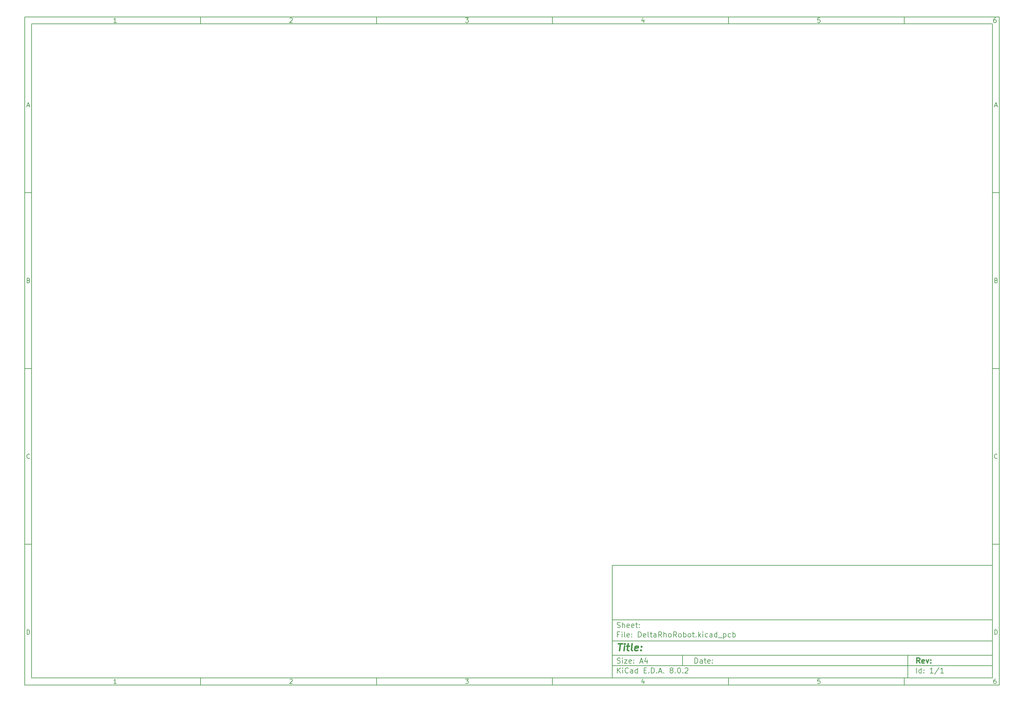
<source format=gbr>
%TF.GenerationSoftware,KiCad,Pcbnew,8.0.2-8.0.2-0~ubuntu22.04.1*%
%TF.CreationDate,2024-05-30T01:48:56-04:00*%
%TF.ProjectId,DeltaRhoRobot,44656c74-6152-4686-9f52-6f626f742e6b,rev?*%
%TF.SameCoordinates,Original*%
%TF.FileFunction,Paste,Bot*%
%TF.FilePolarity,Positive*%
%FSLAX46Y46*%
G04 Gerber Fmt 4.6, Leading zero omitted, Abs format (unit mm)*
G04 Created by KiCad (PCBNEW 8.0.2-8.0.2-0~ubuntu22.04.1) date 2024-05-30 01:48:56*
%MOMM*%
%LPD*%
G01*
G04 APERTURE LIST*
%ADD10C,0.100000*%
%ADD11C,0.150000*%
%ADD12C,0.300000*%
%ADD13C,0.400000*%
G04 APERTURE END LIST*
D10*
D11*
X177002200Y-166007200D02*
X285002200Y-166007200D01*
X285002200Y-198007200D01*
X177002200Y-198007200D01*
X177002200Y-166007200D01*
D10*
D11*
X10000000Y-10000000D02*
X287002200Y-10000000D01*
X287002200Y-200007200D01*
X10000000Y-200007200D01*
X10000000Y-10000000D01*
D10*
D11*
X12000000Y-12000000D02*
X285002200Y-12000000D01*
X285002200Y-198007200D01*
X12000000Y-198007200D01*
X12000000Y-12000000D01*
D10*
D11*
X60000000Y-12000000D02*
X60000000Y-10000000D01*
D10*
D11*
X110000000Y-12000000D02*
X110000000Y-10000000D01*
D10*
D11*
X160000000Y-12000000D02*
X160000000Y-10000000D01*
D10*
D11*
X210000000Y-12000000D02*
X210000000Y-10000000D01*
D10*
D11*
X260000000Y-12000000D02*
X260000000Y-10000000D01*
D10*
D11*
X36089160Y-11593604D02*
X35346303Y-11593604D01*
X35717731Y-11593604D02*
X35717731Y-10293604D01*
X35717731Y-10293604D02*
X35593922Y-10479319D01*
X35593922Y-10479319D02*
X35470112Y-10603128D01*
X35470112Y-10603128D02*
X35346303Y-10665033D01*
D10*
D11*
X85346303Y-10417414D02*
X85408207Y-10355509D01*
X85408207Y-10355509D02*
X85532017Y-10293604D01*
X85532017Y-10293604D02*
X85841541Y-10293604D01*
X85841541Y-10293604D02*
X85965350Y-10355509D01*
X85965350Y-10355509D02*
X86027255Y-10417414D01*
X86027255Y-10417414D02*
X86089160Y-10541223D01*
X86089160Y-10541223D02*
X86089160Y-10665033D01*
X86089160Y-10665033D02*
X86027255Y-10850747D01*
X86027255Y-10850747D02*
X85284398Y-11593604D01*
X85284398Y-11593604D02*
X86089160Y-11593604D01*
D10*
D11*
X135284398Y-10293604D02*
X136089160Y-10293604D01*
X136089160Y-10293604D02*
X135655826Y-10788842D01*
X135655826Y-10788842D02*
X135841541Y-10788842D01*
X135841541Y-10788842D02*
X135965350Y-10850747D01*
X135965350Y-10850747D02*
X136027255Y-10912652D01*
X136027255Y-10912652D02*
X136089160Y-11036461D01*
X136089160Y-11036461D02*
X136089160Y-11345985D01*
X136089160Y-11345985D02*
X136027255Y-11469795D01*
X136027255Y-11469795D02*
X135965350Y-11531700D01*
X135965350Y-11531700D02*
X135841541Y-11593604D01*
X135841541Y-11593604D02*
X135470112Y-11593604D01*
X135470112Y-11593604D02*
X135346303Y-11531700D01*
X135346303Y-11531700D02*
X135284398Y-11469795D01*
D10*
D11*
X185965350Y-10726938D02*
X185965350Y-11593604D01*
X185655826Y-10231700D02*
X185346303Y-11160271D01*
X185346303Y-11160271D02*
X186151064Y-11160271D01*
D10*
D11*
X236027255Y-10293604D02*
X235408207Y-10293604D01*
X235408207Y-10293604D02*
X235346303Y-10912652D01*
X235346303Y-10912652D02*
X235408207Y-10850747D01*
X235408207Y-10850747D02*
X235532017Y-10788842D01*
X235532017Y-10788842D02*
X235841541Y-10788842D01*
X235841541Y-10788842D02*
X235965350Y-10850747D01*
X235965350Y-10850747D02*
X236027255Y-10912652D01*
X236027255Y-10912652D02*
X236089160Y-11036461D01*
X236089160Y-11036461D02*
X236089160Y-11345985D01*
X236089160Y-11345985D02*
X236027255Y-11469795D01*
X236027255Y-11469795D02*
X235965350Y-11531700D01*
X235965350Y-11531700D02*
X235841541Y-11593604D01*
X235841541Y-11593604D02*
X235532017Y-11593604D01*
X235532017Y-11593604D02*
X235408207Y-11531700D01*
X235408207Y-11531700D02*
X235346303Y-11469795D01*
D10*
D11*
X285965350Y-10293604D02*
X285717731Y-10293604D01*
X285717731Y-10293604D02*
X285593922Y-10355509D01*
X285593922Y-10355509D02*
X285532017Y-10417414D01*
X285532017Y-10417414D02*
X285408207Y-10603128D01*
X285408207Y-10603128D02*
X285346303Y-10850747D01*
X285346303Y-10850747D02*
X285346303Y-11345985D01*
X285346303Y-11345985D02*
X285408207Y-11469795D01*
X285408207Y-11469795D02*
X285470112Y-11531700D01*
X285470112Y-11531700D02*
X285593922Y-11593604D01*
X285593922Y-11593604D02*
X285841541Y-11593604D01*
X285841541Y-11593604D02*
X285965350Y-11531700D01*
X285965350Y-11531700D02*
X286027255Y-11469795D01*
X286027255Y-11469795D02*
X286089160Y-11345985D01*
X286089160Y-11345985D02*
X286089160Y-11036461D01*
X286089160Y-11036461D02*
X286027255Y-10912652D01*
X286027255Y-10912652D02*
X285965350Y-10850747D01*
X285965350Y-10850747D02*
X285841541Y-10788842D01*
X285841541Y-10788842D02*
X285593922Y-10788842D01*
X285593922Y-10788842D02*
X285470112Y-10850747D01*
X285470112Y-10850747D02*
X285408207Y-10912652D01*
X285408207Y-10912652D02*
X285346303Y-11036461D01*
D10*
D11*
X60000000Y-198007200D02*
X60000000Y-200007200D01*
D10*
D11*
X110000000Y-198007200D02*
X110000000Y-200007200D01*
D10*
D11*
X160000000Y-198007200D02*
X160000000Y-200007200D01*
D10*
D11*
X210000000Y-198007200D02*
X210000000Y-200007200D01*
D10*
D11*
X260000000Y-198007200D02*
X260000000Y-200007200D01*
D10*
D11*
X36089160Y-199600804D02*
X35346303Y-199600804D01*
X35717731Y-199600804D02*
X35717731Y-198300804D01*
X35717731Y-198300804D02*
X35593922Y-198486519D01*
X35593922Y-198486519D02*
X35470112Y-198610328D01*
X35470112Y-198610328D02*
X35346303Y-198672233D01*
D10*
D11*
X85346303Y-198424614D02*
X85408207Y-198362709D01*
X85408207Y-198362709D02*
X85532017Y-198300804D01*
X85532017Y-198300804D02*
X85841541Y-198300804D01*
X85841541Y-198300804D02*
X85965350Y-198362709D01*
X85965350Y-198362709D02*
X86027255Y-198424614D01*
X86027255Y-198424614D02*
X86089160Y-198548423D01*
X86089160Y-198548423D02*
X86089160Y-198672233D01*
X86089160Y-198672233D02*
X86027255Y-198857947D01*
X86027255Y-198857947D02*
X85284398Y-199600804D01*
X85284398Y-199600804D02*
X86089160Y-199600804D01*
D10*
D11*
X135284398Y-198300804D02*
X136089160Y-198300804D01*
X136089160Y-198300804D02*
X135655826Y-198796042D01*
X135655826Y-198796042D02*
X135841541Y-198796042D01*
X135841541Y-198796042D02*
X135965350Y-198857947D01*
X135965350Y-198857947D02*
X136027255Y-198919852D01*
X136027255Y-198919852D02*
X136089160Y-199043661D01*
X136089160Y-199043661D02*
X136089160Y-199353185D01*
X136089160Y-199353185D02*
X136027255Y-199476995D01*
X136027255Y-199476995D02*
X135965350Y-199538900D01*
X135965350Y-199538900D02*
X135841541Y-199600804D01*
X135841541Y-199600804D02*
X135470112Y-199600804D01*
X135470112Y-199600804D02*
X135346303Y-199538900D01*
X135346303Y-199538900D02*
X135284398Y-199476995D01*
D10*
D11*
X185965350Y-198734138D02*
X185965350Y-199600804D01*
X185655826Y-198238900D02*
X185346303Y-199167471D01*
X185346303Y-199167471D02*
X186151064Y-199167471D01*
D10*
D11*
X236027255Y-198300804D02*
X235408207Y-198300804D01*
X235408207Y-198300804D02*
X235346303Y-198919852D01*
X235346303Y-198919852D02*
X235408207Y-198857947D01*
X235408207Y-198857947D02*
X235532017Y-198796042D01*
X235532017Y-198796042D02*
X235841541Y-198796042D01*
X235841541Y-198796042D02*
X235965350Y-198857947D01*
X235965350Y-198857947D02*
X236027255Y-198919852D01*
X236027255Y-198919852D02*
X236089160Y-199043661D01*
X236089160Y-199043661D02*
X236089160Y-199353185D01*
X236089160Y-199353185D02*
X236027255Y-199476995D01*
X236027255Y-199476995D02*
X235965350Y-199538900D01*
X235965350Y-199538900D02*
X235841541Y-199600804D01*
X235841541Y-199600804D02*
X235532017Y-199600804D01*
X235532017Y-199600804D02*
X235408207Y-199538900D01*
X235408207Y-199538900D02*
X235346303Y-199476995D01*
D10*
D11*
X285965350Y-198300804D02*
X285717731Y-198300804D01*
X285717731Y-198300804D02*
X285593922Y-198362709D01*
X285593922Y-198362709D02*
X285532017Y-198424614D01*
X285532017Y-198424614D02*
X285408207Y-198610328D01*
X285408207Y-198610328D02*
X285346303Y-198857947D01*
X285346303Y-198857947D02*
X285346303Y-199353185D01*
X285346303Y-199353185D02*
X285408207Y-199476995D01*
X285408207Y-199476995D02*
X285470112Y-199538900D01*
X285470112Y-199538900D02*
X285593922Y-199600804D01*
X285593922Y-199600804D02*
X285841541Y-199600804D01*
X285841541Y-199600804D02*
X285965350Y-199538900D01*
X285965350Y-199538900D02*
X286027255Y-199476995D01*
X286027255Y-199476995D02*
X286089160Y-199353185D01*
X286089160Y-199353185D02*
X286089160Y-199043661D01*
X286089160Y-199043661D02*
X286027255Y-198919852D01*
X286027255Y-198919852D02*
X285965350Y-198857947D01*
X285965350Y-198857947D02*
X285841541Y-198796042D01*
X285841541Y-198796042D02*
X285593922Y-198796042D01*
X285593922Y-198796042D02*
X285470112Y-198857947D01*
X285470112Y-198857947D02*
X285408207Y-198919852D01*
X285408207Y-198919852D02*
X285346303Y-199043661D01*
D10*
D11*
X10000000Y-60000000D02*
X12000000Y-60000000D01*
D10*
D11*
X10000000Y-110000000D02*
X12000000Y-110000000D01*
D10*
D11*
X10000000Y-160000000D02*
X12000000Y-160000000D01*
D10*
D11*
X10690476Y-35222176D02*
X11309523Y-35222176D01*
X10566666Y-35593604D02*
X10999999Y-34293604D01*
X10999999Y-34293604D02*
X11433333Y-35593604D01*
D10*
D11*
X11092857Y-84912652D02*
X11278571Y-84974557D01*
X11278571Y-84974557D02*
X11340476Y-85036461D01*
X11340476Y-85036461D02*
X11402380Y-85160271D01*
X11402380Y-85160271D02*
X11402380Y-85345985D01*
X11402380Y-85345985D02*
X11340476Y-85469795D01*
X11340476Y-85469795D02*
X11278571Y-85531700D01*
X11278571Y-85531700D02*
X11154761Y-85593604D01*
X11154761Y-85593604D02*
X10659523Y-85593604D01*
X10659523Y-85593604D02*
X10659523Y-84293604D01*
X10659523Y-84293604D02*
X11092857Y-84293604D01*
X11092857Y-84293604D02*
X11216666Y-84355509D01*
X11216666Y-84355509D02*
X11278571Y-84417414D01*
X11278571Y-84417414D02*
X11340476Y-84541223D01*
X11340476Y-84541223D02*
X11340476Y-84665033D01*
X11340476Y-84665033D02*
X11278571Y-84788842D01*
X11278571Y-84788842D02*
X11216666Y-84850747D01*
X11216666Y-84850747D02*
X11092857Y-84912652D01*
X11092857Y-84912652D02*
X10659523Y-84912652D01*
D10*
D11*
X11402380Y-135469795D02*
X11340476Y-135531700D01*
X11340476Y-135531700D02*
X11154761Y-135593604D01*
X11154761Y-135593604D02*
X11030952Y-135593604D01*
X11030952Y-135593604D02*
X10845238Y-135531700D01*
X10845238Y-135531700D02*
X10721428Y-135407890D01*
X10721428Y-135407890D02*
X10659523Y-135284080D01*
X10659523Y-135284080D02*
X10597619Y-135036461D01*
X10597619Y-135036461D02*
X10597619Y-134850747D01*
X10597619Y-134850747D02*
X10659523Y-134603128D01*
X10659523Y-134603128D02*
X10721428Y-134479319D01*
X10721428Y-134479319D02*
X10845238Y-134355509D01*
X10845238Y-134355509D02*
X11030952Y-134293604D01*
X11030952Y-134293604D02*
X11154761Y-134293604D01*
X11154761Y-134293604D02*
X11340476Y-134355509D01*
X11340476Y-134355509D02*
X11402380Y-134417414D01*
D10*
D11*
X10659523Y-185593604D02*
X10659523Y-184293604D01*
X10659523Y-184293604D02*
X10969047Y-184293604D01*
X10969047Y-184293604D02*
X11154761Y-184355509D01*
X11154761Y-184355509D02*
X11278571Y-184479319D01*
X11278571Y-184479319D02*
X11340476Y-184603128D01*
X11340476Y-184603128D02*
X11402380Y-184850747D01*
X11402380Y-184850747D02*
X11402380Y-185036461D01*
X11402380Y-185036461D02*
X11340476Y-185284080D01*
X11340476Y-185284080D02*
X11278571Y-185407890D01*
X11278571Y-185407890D02*
X11154761Y-185531700D01*
X11154761Y-185531700D02*
X10969047Y-185593604D01*
X10969047Y-185593604D02*
X10659523Y-185593604D01*
D10*
D11*
X287002200Y-60000000D02*
X285002200Y-60000000D01*
D10*
D11*
X287002200Y-110000000D02*
X285002200Y-110000000D01*
D10*
D11*
X287002200Y-160000000D02*
X285002200Y-160000000D01*
D10*
D11*
X285692676Y-35222176D02*
X286311723Y-35222176D01*
X285568866Y-35593604D02*
X286002199Y-34293604D01*
X286002199Y-34293604D02*
X286435533Y-35593604D01*
D10*
D11*
X286095057Y-84912652D02*
X286280771Y-84974557D01*
X286280771Y-84974557D02*
X286342676Y-85036461D01*
X286342676Y-85036461D02*
X286404580Y-85160271D01*
X286404580Y-85160271D02*
X286404580Y-85345985D01*
X286404580Y-85345985D02*
X286342676Y-85469795D01*
X286342676Y-85469795D02*
X286280771Y-85531700D01*
X286280771Y-85531700D02*
X286156961Y-85593604D01*
X286156961Y-85593604D02*
X285661723Y-85593604D01*
X285661723Y-85593604D02*
X285661723Y-84293604D01*
X285661723Y-84293604D02*
X286095057Y-84293604D01*
X286095057Y-84293604D02*
X286218866Y-84355509D01*
X286218866Y-84355509D02*
X286280771Y-84417414D01*
X286280771Y-84417414D02*
X286342676Y-84541223D01*
X286342676Y-84541223D02*
X286342676Y-84665033D01*
X286342676Y-84665033D02*
X286280771Y-84788842D01*
X286280771Y-84788842D02*
X286218866Y-84850747D01*
X286218866Y-84850747D02*
X286095057Y-84912652D01*
X286095057Y-84912652D02*
X285661723Y-84912652D01*
D10*
D11*
X286404580Y-135469795D02*
X286342676Y-135531700D01*
X286342676Y-135531700D02*
X286156961Y-135593604D01*
X286156961Y-135593604D02*
X286033152Y-135593604D01*
X286033152Y-135593604D02*
X285847438Y-135531700D01*
X285847438Y-135531700D02*
X285723628Y-135407890D01*
X285723628Y-135407890D02*
X285661723Y-135284080D01*
X285661723Y-135284080D02*
X285599819Y-135036461D01*
X285599819Y-135036461D02*
X285599819Y-134850747D01*
X285599819Y-134850747D02*
X285661723Y-134603128D01*
X285661723Y-134603128D02*
X285723628Y-134479319D01*
X285723628Y-134479319D02*
X285847438Y-134355509D01*
X285847438Y-134355509D02*
X286033152Y-134293604D01*
X286033152Y-134293604D02*
X286156961Y-134293604D01*
X286156961Y-134293604D02*
X286342676Y-134355509D01*
X286342676Y-134355509D02*
X286404580Y-134417414D01*
D10*
D11*
X285661723Y-185593604D02*
X285661723Y-184293604D01*
X285661723Y-184293604D02*
X285971247Y-184293604D01*
X285971247Y-184293604D02*
X286156961Y-184355509D01*
X286156961Y-184355509D02*
X286280771Y-184479319D01*
X286280771Y-184479319D02*
X286342676Y-184603128D01*
X286342676Y-184603128D02*
X286404580Y-184850747D01*
X286404580Y-184850747D02*
X286404580Y-185036461D01*
X286404580Y-185036461D02*
X286342676Y-185284080D01*
X286342676Y-185284080D02*
X286280771Y-185407890D01*
X286280771Y-185407890D02*
X286156961Y-185531700D01*
X286156961Y-185531700D02*
X285971247Y-185593604D01*
X285971247Y-185593604D02*
X285661723Y-185593604D01*
D10*
D11*
X200458026Y-193793328D02*
X200458026Y-192293328D01*
X200458026Y-192293328D02*
X200815169Y-192293328D01*
X200815169Y-192293328D02*
X201029455Y-192364757D01*
X201029455Y-192364757D02*
X201172312Y-192507614D01*
X201172312Y-192507614D02*
X201243741Y-192650471D01*
X201243741Y-192650471D02*
X201315169Y-192936185D01*
X201315169Y-192936185D02*
X201315169Y-193150471D01*
X201315169Y-193150471D02*
X201243741Y-193436185D01*
X201243741Y-193436185D02*
X201172312Y-193579042D01*
X201172312Y-193579042D02*
X201029455Y-193721900D01*
X201029455Y-193721900D02*
X200815169Y-193793328D01*
X200815169Y-193793328D02*
X200458026Y-193793328D01*
X202600884Y-193793328D02*
X202600884Y-193007614D01*
X202600884Y-193007614D02*
X202529455Y-192864757D01*
X202529455Y-192864757D02*
X202386598Y-192793328D01*
X202386598Y-192793328D02*
X202100884Y-192793328D01*
X202100884Y-192793328D02*
X201958026Y-192864757D01*
X202600884Y-193721900D02*
X202458026Y-193793328D01*
X202458026Y-193793328D02*
X202100884Y-193793328D01*
X202100884Y-193793328D02*
X201958026Y-193721900D01*
X201958026Y-193721900D02*
X201886598Y-193579042D01*
X201886598Y-193579042D02*
X201886598Y-193436185D01*
X201886598Y-193436185D02*
X201958026Y-193293328D01*
X201958026Y-193293328D02*
X202100884Y-193221900D01*
X202100884Y-193221900D02*
X202458026Y-193221900D01*
X202458026Y-193221900D02*
X202600884Y-193150471D01*
X203100884Y-192793328D02*
X203672312Y-192793328D01*
X203315169Y-192293328D02*
X203315169Y-193579042D01*
X203315169Y-193579042D02*
X203386598Y-193721900D01*
X203386598Y-193721900D02*
X203529455Y-193793328D01*
X203529455Y-193793328D02*
X203672312Y-193793328D01*
X204743741Y-193721900D02*
X204600884Y-193793328D01*
X204600884Y-193793328D02*
X204315170Y-193793328D01*
X204315170Y-193793328D02*
X204172312Y-193721900D01*
X204172312Y-193721900D02*
X204100884Y-193579042D01*
X204100884Y-193579042D02*
X204100884Y-193007614D01*
X204100884Y-193007614D02*
X204172312Y-192864757D01*
X204172312Y-192864757D02*
X204315170Y-192793328D01*
X204315170Y-192793328D02*
X204600884Y-192793328D01*
X204600884Y-192793328D02*
X204743741Y-192864757D01*
X204743741Y-192864757D02*
X204815170Y-193007614D01*
X204815170Y-193007614D02*
X204815170Y-193150471D01*
X204815170Y-193150471D02*
X204100884Y-193293328D01*
X205458026Y-193650471D02*
X205529455Y-193721900D01*
X205529455Y-193721900D02*
X205458026Y-193793328D01*
X205458026Y-193793328D02*
X205386598Y-193721900D01*
X205386598Y-193721900D02*
X205458026Y-193650471D01*
X205458026Y-193650471D02*
X205458026Y-193793328D01*
X205458026Y-192864757D02*
X205529455Y-192936185D01*
X205529455Y-192936185D02*
X205458026Y-193007614D01*
X205458026Y-193007614D02*
X205386598Y-192936185D01*
X205386598Y-192936185D02*
X205458026Y-192864757D01*
X205458026Y-192864757D02*
X205458026Y-193007614D01*
D10*
D11*
X177002200Y-194507200D02*
X285002200Y-194507200D01*
D10*
D11*
X178458026Y-196593328D02*
X178458026Y-195093328D01*
X179315169Y-196593328D02*
X178672312Y-195736185D01*
X179315169Y-195093328D02*
X178458026Y-195950471D01*
X179958026Y-196593328D02*
X179958026Y-195593328D01*
X179958026Y-195093328D02*
X179886598Y-195164757D01*
X179886598Y-195164757D02*
X179958026Y-195236185D01*
X179958026Y-195236185D02*
X180029455Y-195164757D01*
X180029455Y-195164757D02*
X179958026Y-195093328D01*
X179958026Y-195093328D02*
X179958026Y-195236185D01*
X181529455Y-196450471D02*
X181458027Y-196521900D01*
X181458027Y-196521900D02*
X181243741Y-196593328D01*
X181243741Y-196593328D02*
X181100884Y-196593328D01*
X181100884Y-196593328D02*
X180886598Y-196521900D01*
X180886598Y-196521900D02*
X180743741Y-196379042D01*
X180743741Y-196379042D02*
X180672312Y-196236185D01*
X180672312Y-196236185D02*
X180600884Y-195950471D01*
X180600884Y-195950471D02*
X180600884Y-195736185D01*
X180600884Y-195736185D02*
X180672312Y-195450471D01*
X180672312Y-195450471D02*
X180743741Y-195307614D01*
X180743741Y-195307614D02*
X180886598Y-195164757D01*
X180886598Y-195164757D02*
X181100884Y-195093328D01*
X181100884Y-195093328D02*
X181243741Y-195093328D01*
X181243741Y-195093328D02*
X181458027Y-195164757D01*
X181458027Y-195164757D02*
X181529455Y-195236185D01*
X182815170Y-196593328D02*
X182815170Y-195807614D01*
X182815170Y-195807614D02*
X182743741Y-195664757D01*
X182743741Y-195664757D02*
X182600884Y-195593328D01*
X182600884Y-195593328D02*
X182315170Y-195593328D01*
X182315170Y-195593328D02*
X182172312Y-195664757D01*
X182815170Y-196521900D02*
X182672312Y-196593328D01*
X182672312Y-196593328D02*
X182315170Y-196593328D01*
X182315170Y-196593328D02*
X182172312Y-196521900D01*
X182172312Y-196521900D02*
X182100884Y-196379042D01*
X182100884Y-196379042D02*
X182100884Y-196236185D01*
X182100884Y-196236185D02*
X182172312Y-196093328D01*
X182172312Y-196093328D02*
X182315170Y-196021900D01*
X182315170Y-196021900D02*
X182672312Y-196021900D01*
X182672312Y-196021900D02*
X182815170Y-195950471D01*
X184172313Y-196593328D02*
X184172313Y-195093328D01*
X184172313Y-196521900D02*
X184029455Y-196593328D01*
X184029455Y-196593328D02*
X183743741Y-196593328D01*
X183743741Y-196593328D02*
X183600884Y-196521900D01*
X183600884Y-196521900D02*
X183529455Y-196450471D01*
X183529455Y-196450471D02*
X183458027Y-196307614D01*
X183458027Y-196307614D02*
X183458027Y-195879042D01*
X183458027Y-195879042D02*
X183529455Y-195736185D01*
X183529455Y-195736185D02*
X183600884Y-195664757D01*
X183600884Y-195664757D02*
X183743741Y-195593328D01*
X183743741Y-195593328D02*
X184029455Y-195593328D01*
X184029455Y-195593328D02*
X184172313Y-195664757D01*
X186029455Y-195807614D02*
X186529455Y-195807614D01*
X186743741Y-196593328D02*
X186029455Y-196593328D01*
X186029455Y-196593328D02*
X186029455Y-195093328D01*
X186029455Y-195093328D02*
X186743741Y-195093328D01*
X187386598Y-196450471D02*
X187458027Y-196521900D01*
X187458027Y-196521900D02*
X187386598Y-196593328D01*
X187386598Y-196593328D02*
X187315170Y-196521900D01*
X187315170Y-196521900D02*
X187386598Y-196450471D01*
X187386598Y-196450471D02*
X187386598Y-196593328D01*
X188100884Y-196593328D02*
X188100884Y-195093328D01*
X188100884Y-195093328D02*
X188458027Y-195093328D01*
X188458027Y-195093328D02*
X188672313Y-195164757D01*
X188672313Y-195164757D02*
X188815170Y-195307614D01*
X188815170Y-195307614D02*
X188886599Y-195450471D01*
X188886599Y-195450471D02*
X188958027Y-195736185D01*
X188958027Y-195736185D02*
X188958027Y-195950471D01*
X188958027Y-195950471D02*
X188886599Y-196236185D01*
X188886599Y-196236185D02*
X188815170Y-196379042D01*
X188815170Y-196379042D02*
X188672313Y-196521900D01*
X188672313Y-196521900D02*
X188458027Y-196593328D01*
X188458027Y-196593328D02*
X188100884Y-196593328D01*
X189600884Y-196450471D02*
X189672313Y-196521900D01*
X189672313Y-196521900D02*
X189600884Y-196593328D01*
X189600884Y-196593328D02*
X189529456Y-196521900D01*
X189529456Y-196521900D02*
X189600884Y-196450471D01*
X189600884Y-196450471D02*
X189600884Y-196593328D01*
X190243742Y-196164757D02*
X190958028Y-196164757D01*
X190100885Y-196593328D02*
X190600885Y-195093328D01*
X190600885Y-195093328D02*
X191100885Y-196593328D01*
X191600884Y-196450471D02*
X191672313Y-196521900D01*
X191672313Y-196521900D02*
X191600884Y-196593328D01*
X191600884Y-196593328D02*
X191529456Y-196521900D01*
X191529456Y-196521900D02*
X191600884Y-196450471D01*
X191600884Y-196450471D02*
X191600884Y-196593328D01*
X193672313Y-195736185D02*
X193529456Y-195664757D01*
X193529456Y-195664757D02*
X193458027Y-195593328D01*
X193458027Y-195593328D02*
X193386599Y-195450471D01*
X193386599Y-195450471D02*
X193386599Y-195379042D01*
X193386599Y-195379042D02*
X193458027Y-195236185D01*
X193458027Y-195236185D02*
X193529456Y-195164757D01*
X193529456Y-195164757D02*
X193672313Y-195093328D01*
X193672313Y-195093328D02*
X193958027Y-195093328D01*
X193958027Y-195093328D02*
X194100885Y-195164757D01*
X194100885Y-195164757D02*
X194172313Y-195236185D01*
X194172313Y-195236185D02*
X194243742Y-195379042D01*
X194243742Y-195379042D02*
X194243742Y-195450471D01*
X194243742Y-195450471D02*
X194172313Y-195593328D01*
X194172313Y-195593328D02*
X194100885Y-195664757D01*
X194100885Y-195664757D02*
X193958027Y-195736185D01*
X193958027Y-195736185D02*
X193672313Y-195736185D01*
X193672313Y-195736185D02*
X193529456Y-195807614D01*
X193529456Y-195807614D02*
X193458027Y-195879042D01*
X193458027Y-195879042D02*
X193386599Y-196021900D01*
X193386599Y-196021900D02*
X193386599Y-196307614D01*
X193386599Y-196307614D02*
X193458027Y-196450471D01*
X193458027Y-196450471D02*
X193529456Y-196521900D01*
X193529456Y-196521900D02*
X193672313Y-196593328D01*
X193672313Y-196593328D02*
X193958027Y-196593328D01*
X193958027Y-196593328D02*
X194100885Y-196521900D01*
X194100885Y-196521900D02*
X194172313Y-196450471D01*
X194172313Y-196450471D02*
X194243742Y-196307614D01*
X194243742Y-196307614D02*
X194243742Y-196021900D01*
X194243742Y-196021900D02*
X194172313Y-195879042D01*
X194172313Y-195879042D02*
X194100885Y-195807614D01*
X194100885Y-195807614D02*
X193958027Y-195736185D01*
X194886598Y-196450471D02*
X194958027Y-196521900D01*
X194958027Y-196521900D02*
X194886598Y-196593328D01*
X194886598Y-196593328D02*
X194815170Y-196521900D01*
X194815170Y-196521900D02*
X194886598Y-196450471D01*
X194886598Y-196450471D02*
X194886598Y-196593328D01*
X195886599Y-195093328D02*
X196029456Y-195093328D01*
X196029456Y-195093328D02*
X196172313Y-195164757D01*
X196172313Y-195164757D02*
X196243742Y-195236185D01*
X196243742Y-195236185D02*
X196315170Y-195379042D01*
X196315170Y-195379042D02*
X196386599Y-195664757D01*
X196386599Y-195664757D02*
X196386599Y-196021900D01*
X196386599Y-196021900D02*
X196315170Y-196307614D01*
X196315170Y-196307614D02*
X196243742Y-196450471D01*
X196243742Y-196450471D02*
X196172313Y-196521900D01*
X196172313Y-196521900D02*
X196029456Y-196593328D01*
X196029456Y-196593328D02*
X195886599Y-196593328D01*
X195886599Y-196593328D02*
X195743742Y-196521900D01*
X195743742Y-196521900D02*
X195672313Y-196450471D01*
X195672313Y-196450471D02*
X195600884Y-196307614D01*
X195600884Y-196307614D02*
X195529456Y-196021900D01*
X195529456Y-196021900D02*
X195529456Y-195664757D01*
X195529456Y-195664757D02*
X195600884Y-195379042D01*
X195600884Y-195379042D02*
X195672313Y-195236185D01*
X195672313Y-195236185D02*
X195743742Y-195164757D01*
X195743742Y-195164757D02*
X195886599Y-195093328D01*
X197029455Y-196450471D02*
X197100884Y-196521900D01*
X197100884Y-196521900D02*
X197029455Y-196593328D01*
X197029455Y-196593328D02*
X196958027Y-196521900D01*
X196958027Y-196521900D02*
X197029455Y-196450471D01*
X197029455Y-196450471D02*
X197029455Y-196593328D01*
X197672313Y-195236185D02*
X197743741Y-195164757D01*
X197743741Y-195164757D02*
X197886599Y-195093328D01*
X197886599Y-195093328D02*
X198243741Y-195093328D01*
X198243741Y-195093328D02*
X198386599Y-195164757D01*
X198386599Y-195164757D02*
X198458027Y-195236185D01*
X198458027Y-195236185D02*
X198529456Y-195379042D01*
X198529456Y-195379042D02*
X198529456Y-195521900D01*
X198529456Y-195521900D02*
X198458027Y-195736185D01*
X198458027Y-195736185D02*
X197600884Y-196593328D01*
X197600884Y-196593328D02*
X198529456Y-196593328D01*
D10*
D11*
X177002200Y-191507200D02*
X285002200Y-191507200D01*
D10*
D12*
X264413853Y-193785528D02*
X263913853Y-193071242D01*
X263556710Y-193785528D02*
X263556710Y-192285528D01*
X263556710Y-192285528D02*
X264128139Y-192285528D01*
X264128139Y-192285528D02*
X264270996Y-192356957D01*
X264270996Y-192356957D02*
X264342425Y-192428385D01*
X264342425Y-192428385D02*
X264413853Y-192571242D01*
X264413853Y-192571242D02*
X264413853Y-192785528D01*
X264413853Y-192785528D02*
X264342425Y-192928385D01*
X264342425Y-192928385D02*
X264270996Y-192999814D01*
X264270996Y-192999814D02*
X264128139Y-193071242D01*
X264128139Y-193071242D02*
X263556710Y-193071242D01*
X265628139Y-193714100D02*
X265485282Y-193785528D01*
X265485282Y-193785528D02*
X265199568Y-193785528D01*
X265199568Y-193785528D02*
X265056710Y-193714100D01*
X265056710Y-193714100D02*
X264985282Y-193571242D01*
X264985282Y-193571242D02*
X264985282Y-192999814D01*
X264985282Y-192999814D02*
X265056710Y-192856957D01*
X265056710Y-192856957D02*
X265199568Y-192785528D01*
X265199568Y-192785528D02*
X265485282Y-192785528D01*
X265485282Y-192785528D02*
X265628139Y-192856957D01*
X265628139Y-192856957D02*
X265699568Y-192999814D01*
X265699568Y-192999814D02*
X265699568Y-193142671D01*
X265699568Y-193142671D02*
X264985282Y-193285528D01*
X266199567Y-192785528D02*
X266556710Y-193785528D01*
X266556710Y-193785528D02*
X266913853Y-192785528D01*
X267485281Y-193642671D02*
X267556710Y-193714100D01*
X267556710Y-193714100D02*
X267485281Y-193785528D01*
X267485281Y-193785528D02*
X267413853Y-193714100D01*
X267413853Y-193714100D02*
X267485281Y-193642671D01*
X267485281Y-193642671D02*
X267485281Y-193785528D01*
X267485281Y-192856957D02*
X267556710Y-192928385D01*
X267556710Y-192928385D02*
X267485281Y-192999814D01*
X267485281Y-192999814D02*
X267413853Y-192928385D01*
X267413853Y-192928385D02*
X267485281Y-192856957D01*
X267485281Y-192856957D02*
X267485281Y-192999814D01*
D10*
D11*
X178386598Y-193721900D02*
X178600884Y-193793328D01*
X178600884Y-193793328D02*
X178958026Y-193793328D01*
X178958026Y-193793328D02*
X179100884Y-193721900D01*
X179100884Y-193721900D02*
X179172312Y-193650471D01*
X179172312Y-193650471D02*
X179243741Y-193507614D01*
X179243741Y-193507614D02*
X179243741Y-193364757D01*
X179243741Y-193364757D02*
X179172312Y-193221900D01*
X179172312Y-193221900D02*
X179100884Y-193150471D01*
X179100884Y-193150471D02*
X178958026Y-193079042D01*
X178958026Y-193079042D02*
X178672312Y-193007614D01*
X178672312Y-193007614D02*
X178529455Y-192936185D01*
X178529455Y-192936185D02*
X178458026Y-192864757D01*
X178458026Y-192864757D02*
X178386598Y-192721900D01*
X178386598Y-192721900D02*
X178386598Y-192579042D01*
X178386598Y-192579042D02*
X178458026Y-192436185D01*
X178458026Y-192436185D02*
X178529455Y-192364757D01*
X178529455Y-192364757D02*
X178672312Y-192293328D01*
X178672312Y-192293328D02*
X179029455Y-192293328D01*
X179029455Y-192293328D02*
X179243741Y-192364757D01*
X179886597Y-193793328D02*
X179886597Y-192793328D01*
X179886597Y-192293328D02*
X179815169Y-192364757D01*
X179815169Y-192364757D02*
X179886597Y-192436185D01*
X179886597Y-192436185D02*
X179958026Y-192364757D01*
X179958026Y-192364757D02*
X179886597Y-192293328D01*
X179886597Y-192293328D02*
X179886597Y-192436185D01*
X180458026Y-192793328D02*
X181243741Y-192793328D01*
X181243741Y-192793328D02*
X180458026Y-193793328D01*
X180458026Y-193793328D02*
X181243741Y-193793328D01*
X182386598Y-193721900D02*
X182243741Y-193793328D01*
X182243741Y-193793328D02*
X181958027Y-193793328D01*
X181958027Y-193793328D02*
X181815169Y-193721900D01*
X181815169Y-193721900D02*
X181743741Y-193579042D01*
X181743741Y-193579042D02*
X181743741Y-193007614D01*
X181743741Y-193007614D02*
X181815169Y-192864757D01*
X181815169Y-192864757D02*
X181958027Y-192793328D01*
X181958027Y-192793328D02*
X182243741Y-192793328D01*
X182243741Y-192793328D02*
X182386598Y-192864757D01*
X182386598Y-192864757D02*
X182458027Y-193007614D01*
X182458027Y-193007614D02*
X182458027Y-193150471D01*
X182458027Y-193150471D02*
X181743741Y-193293328D01*
X183100883Y-193650471D02*
X183172312Y-193721900D01*
X183172312Y-193721900D02*
X183100883Y-193793328D01*
X183100883Y-193793328D02*
X183029455Y-193721900D01*
X183029455Y-193721900D02*
X183100883Y-193650471D01*
X183100883Y-193650471D02*
X183100883Y-193793328D01*
X183100883Y-192864757D02*
X183172312Y-192936185D01*
X183172312Y-192936185D02*
X183100883Y-193007614D01*
X183100883Y-193007614D02*
X183029455Y-192936185D01*
X183029455Y-192936185D02*
X183100883Y-192864757D01*
X183100883Y-192864757D02*
X183100883Y-193007614D01*
X184886598Y-193364757D02*
X185600884Y-193364757D01*
X184743741Y-193793328D02*
X185243741Y-192293328D01*
X185243741Y-192293328D02*
X185743741Y-193793328D01*
X186886598Y-192793328D02*
X186886598Y-193793328D01*
X186529455Y-192221900D02*
X186172312Y-193293328D01*
X186172312Y-193293328D02*
X187100883Y-193293328D01*
D10*
D11*
X263458026Y-196593328D02*
X263458026Y-195093328D01*
X264815170Y-196593328D02*
X264815170Y-195093328D01*
X264815170Y-196521900D02*
X264672312Y-196593328D01*
X264672312Y-196593328D02*
X264386598Y-196593328D01*
X264386598Y-196593328D02*
X264243741Y-196521900D01*
X264243741Y-196521900D02*
X264172312Y-196450471D01*
X264172312Y-196450471D02*
X264100884Y-196307614D01*
X264100884Y-196307614D02*
X264100884Y-195879042D01*
X264100884Y-195879042D02*
X264172312Y-195736185D01*
X264172312Y-195736185D02*
X264243741Y-195664757D01*
X264243741Y-195664757D02*
X264386598Y-195593328D01*
X264386598Y-195593328D02*
X264672312Y-195593328D01*
X264672312Y-195593328D02*
X264815170Y-195664757D01*
X265529455Y-196450471D02*
X265600884Y-196521900D01*
X265600884Y-196521900D02*
X265529455Y-196593328D01*
X265529455Y-196593328D02*
X265458027Y-196521900D01*
X265458027Y-196521900D02*
X265529455Y-196450471D01*
X265529455Y-196450471D02*
X265529455Y-196593328D01*
X265529455Y-195664757D02*
X265600884Y-195736185D01*
X265600884Y-195736185D02*
X265529455Y-195807614D01*
X265529455Y-195807614D02*
X265458027Y-195736185D01*
X265458027Y-195736185D02*
X265529455Y-195664757D01*
X265529455Y-195664757D02*
X265529455Y-195807614D01*
X268172313Y-196593328D02*
X267315170Y-196593328D01*
X267743741Y-196593328D02*
X267743741Y-195093328D01*
X267743741Y-195093328D02*
X267600884Y-195307614D01*
X267600884Y-195307614D02*
X267458027Y-195450471D01*
X267458027Y-195450471D02*
X267315170Y-195521900D01*
X269886598Y-195021900D02*
X268600884Y-196950471D01*
X271172313Y-196593328D02*
X270315170Y-196593328D01*
X270743741Y-196593328D02*
X270743741Y-195093328D01*
X270743741Y-195093328D02*
X270600884Y-195307614D01*
X270600884Y-195307614D02*
X270458027Y-195450471D01*
X270458027Y-195450471D02*
X270315170Y-195521900D01*
D10*
D11*
X177002200Y-187507200D02*
X285002200Y-187507200D01*
D10*
D13*
X178693928Y-188211638D02*
X179836785Y-188211638D01*
X179015357Y-190211638D02*
X179265357Y-188211638D01*
X180253452Y-190211638D02*
X180420119Y-188878304D01*
X180503452Y-188211638D02*
X180396309Y-188306876D01*
X180396309Y-188306876D02*
X180479643Y-188402114D01*
X180479643Y-188402114D02*
X180586786Y-188306876D01*
X180586786Y-188306876D02*
X180503452Y-188211638D01*
X180503452Y-188211638D02*
X180479643Y-188402114D01*
X181086786Y-188878304D02*
X181848690Y-188878304D01*
X181455833Y-188211638D02*
X181241548Y-189925923D01*
X181241548Y-189925923D02*
X181312976Y-190116400D01*
X181312976Y-190116400D02*
X181491548Y-190211638D01*
X181491548Y-190211638D02*
X181682024Y-190211638D01*
X182634405Y-190211638D02*
X182455833Y-190116400D01*
X182455833Y-190116400D02*
X182384405Y-189925923D01*
X182384405Y-189925923D02*
X182598690Y-188211638D01*
X184170119Y-190116400D02*
X183967738Y-190211638D01*
X183967738Y-190211638D02*
X183586785Y-190211638D01*
X183586785Y-190211638D02*
X183408214Y-190116400D01*
X183408214Y-190116400D02*
X183336785Y-189925923D01*
X183336785Y-189925923D02*
X183432024Y-189164019D01*
X183432024Y-189164019D02*
X183551071Y-188973542D01*
X183551071Y-188973542D02*
X183753452Y-188878304D01*
X183753452Y-188878304D02*
X184134404Y-188878304D01*
X184134404Y-188878304D02*
X184312976Y-188973542D01*
X184312976Y-188973542D02*
X184384404Y-189164019D01*
X184384404Y-189164019D02*
X184360595Y-189354495D01*
X184360595Y-189354495D02*
X183384404Y-189544971D01*
X185134405Y-190021161D02*
X185217738Y-190116400D01*
X185217738Y-190116400D02*
X185110595Y-190211638D01*
X185110595Y-190211638D02*
X185027262Y-190116400D01*
X185027262Y-190116400D02*
X185134405Y-190021161D01*
X185134405Y-190021161D02*
X185110595Y-190211638D01*
X185265357Y-188973542D02*
X185348690Y-189068780D01*
X185348690Y-189068780D02*
X185241548Y-189164019D01*
X185241548Y-189164019D02*
X185158214Y-189068780D01*
X185158214Y-189068780D02*
X185265357Y-188973542D01*
X185265357Y-188973542D02*
X185241548Y-189164019D01*
D10*
D11*
X178958026Y-185607614D02*
X178458026Y-185607614D01*
X178458026Y-186393328D02*
X178458026Y-184893328D01*
X178458026Y-184893328D02*
X179172312Y-184893328D01*
X179743740Y-186393328D02*
X179743740Y-185393328D01*
X179743740Y-184893328D02*
X179672312Y-184964757D01*
X179672312Y-184964757D02*
X179743740Y-185036185D01*
X179743740Y-185036185D02*
X179815169Y-184964757D01*
X179815169Y-184964757D02*
X179743740Y-184893328D01*
X179743740Y-184893328D02*
X179743740Y-185036185D01*
X180672312Y-186393328D02*
X180529455Y-186321900D01*
X180529455Y-186321900D02*
X180458026Y-186179042D01*
X180458026Y-186179042D02*
X180458026Y-184893328D01*
X181815169Y-186321900D02*
X181672312Y-186393328D01*
X181672312Y-186393328D02*
X181386598Y-186393328D01*
X181386598Y-186393328D02*
X181243740Y-186321900D01*
X181243740Y-186321900D02*
X181172312Y-186179042D01*
X181172312Y-186179042D02*
X181172312Y-185607614D01*
X181172312Y-185607614D02*
X181243740Y-185464757D01*
X181243740Y-185464757D02*
X181386598Y-185393328D01*
X181386598Y-185393328D02*
X181672312Y-185393328D01*
X181672312Y-185393328D02*
X181815169Y-185464757D01*
X181815169Y-185464757D02*
X181886598Y-185607614D01*
X181886598Y-185607614D02*
X181886598Y-185750471D01*
X181886598Y-185750471D02*
X181172312Y-185893328D01*
X182529454Y-186250471D02*
X182600883Y-186321900D01*
X182600883Y-186321900D02*
X182529454Y-186393328D01*
X182529454Y-186393328D02*
X182458026Y-186321900D01*
X182458026Y-186321900D02*
X182529454Y-186250471D01*
X182529454Y-186250471D02*
X182529454Y-186393328D01*
X182529454Y-185464757D02*
X182600883Y-185536185D01*
X182600883Y-185536185D02*
X182529454Y-185607614D01*
X182529454Y-185607614D02*
X182458026Y-185536185D01*
X182458026Y-185536185D02*
X182529454Y-185464757D01*
X182529454Y-185464757D02*
X182529454Y-185607614D01*
X184386597Y-186393328D02*
X184386597Y-184893328D01*
X184386597Y-184893328D02*
X184743740Y-184893328D01*
X184743740Y-184893328D02*
X184958026Y-184964757D01*
X184958026Y-184964757D02*
X185100883Y-185107614D01*
X185100883Y-185107614D02*
X185172312Y-185250471D01*
X185172312Y-185250471D02*
X185243740Y-185536185D01*
X185243740Y-185536185D02*
X185243740Y-185750471D01*
X185243740Y-185750471D02*
X185172312Y-186036185D01*
X185172312Y-186036185D02*
X185100883Y-186179042D01*
X185100883Y-186179042D02*
X184958026Y-186321900D01*
X184958026Y-186321900D02*
X184743740Y-186393328D01*
X184743740Y-186393328D02*
X184386597Y-186393328D01*
X186458026Y-186321900D02*
X186315169Y-186393328D01*
X186315169Y-186393328D02*
X186029455Y-186393328D01*
X186029455Y-186393328D02*
X185886597Y-186321900D01*
X185886597Y-186321900D02*
X185815169Y-186179042D01*
X185815169Y-186179042D02*
X185815169Y-185607614D01*
X185815169Y-185607614D02*
X185886597Y-185464757D01*
X185886597Y-185464757D02*
X186029455Y-185393328D01*
X186029455Y-185393328D02*
X186315169Y-185393328D01*
X186315169Y-185393328D02*
X186458026Y-185464757D01*
X186458026Y-185464757D02*
X186529455Y-185607614D01*
X186529455Y-185607614D02*
X186529455Y-185750471D01*
X186529455Y-185750471D02*
X185815169Y-185893328D01*
X187386597Y-186393328D02*
X187243740Y-186321900D01*
X187243740Y-186321900D02*
X187172311Y-186179042D01*
X187172311Y-186179042D02*
X187172311Y-184893328D01*
X187743740Y-185393328D02*
X188315168Y-185393328D01*
X187958025Y-184893328D02*
X187958025Y-186179042D01*
X187958025Y-186179042D02*
X188029454Y-186321900D01*
X188029454Y-186321900D02*
X188172311Y-186393328D01*
X188172311Y-186393328D02*
X188315168Y-186393328D01*
X189458026Y-186393328D02*
X189458026Y-185607614D01*
X189458026Y-185607614D02*
X189386597Y-185464757D01*
X189386597Y-185464757D02*
X189243740Y-185393328D01*
X189243740Y-185393328D02*
X188958026Y-185393328D01*
X188958026Y-185393328D02*
X188815168Y-185464757D01*
X189458026Y-186321900D02*
X189315168Y-186393328D01*
X189315168Y-186393328D02*
X188958026Y-186393328D01*
X188958026Y-186393328D02*
X188815168Y-186321900D01*
X188815168Y-186321900D02*
X188743740Y-186179042D01*
X188743740Y-186179042D02*
X188743740Y-186036185D01*
X188743740Y-186036185D02*
X188815168Y-185893328D01*
X188815168Y-185893328D02*
X188958026Y-185821900D01*
X188958026Y-185821900D02*
X189315168Y-185821900D01*
X189315168Y-185821900D02*
X189458026Y-185750471D01*
X191029454Y-186393328D02*
X190529454Y-185679042D01*
X190172311Y-186393328D02*
X190172311Y-184893328D01*
X190172311Y-184893328D02*
X190743740Y-184893328D01*
X190743740Y-184893328D02*
X190886597Y-184964757D01*
X190886597Y-184964757D02*
X190958026Y-185036185D01*
X190958026Y-185036185D02*
X191029454Y-185179042D01*
X191029454Y-185179042D02*
X191029454Y-185393328D01*
X191029454Y-185393328D02*
X190958026Y-185536185D01*
X190958026Y-185536185D02*
X190886597Y-185607614D01*
X190886597Y-185607614D02*
X190743740Y-185679042D01*
X190743740Y-185679042D02*
X190172311Y-185679042D01*
X191672311Y-186393328D02*
X191672311Y-184893328D01*
X192315169Y-186393328D02*
X192315169Y-185607614D01*
X192315169Y-185607614D02*
X192243740Y-185464757D01*
X192243740Y-185464757D02*
X192100883Y-185393328D01*
X192100883Y-185393328D02*
X191886597Y-185393328D01*
X191886597Y-185393328D02*
X191743740Y-185464757D01*
X191743740Y-185464757D02*
X191672311Y-185536185D01*
X193243740Y-186393328D02*
X193100883Y-186321900D01*
X193100883Y-186321900D02*
X193029454Y-186250471D01*
X193029454Y-186250471D02*
X192958026Y-186107614D01*
X192958026Y-186107614D02*
X192958026Y-185679042D01*
X192958026Y-185679042D02*
X193029454Y-185536185D01*
X193029454Y-185536185D02*
X193100883Y-185464757D01*
X193100883Y-185464757D02*
X193243740Y-185393328D01*
X193243740Y-185393328D02*
X193458026Y-185393328D01*
X193458026Y-185393328D02*
X193600883Y-185464757D01*
X193600883Y-185464757D02*
X193672312Y-185536185D01*
X193672312Y-185536185D02*
X193743740Y-185679042D01*
X193743740Y-185679042D02*
X193743740Y-186107614D01*
X193743740Y-186107614D02*
X193672312Y-186250471D01*
X193672312Y-186250471D02*
X193600883Y-186321900D01*
X193600883Y-186321900D02*
X193458026Y-186393328D01*
X193458026Y-186393328D02*
X193243740Y-186393328D01*
X195243740Y-186393328D02*
X194743740Y-185679042D01*
X194386597Y-186393328D02*
X194386597Y-184893328D01*
X194386597Y-184893328D02*
X194958026Y-184893328D01*
X194958026Y-184893328D02*
X195100883Y-184964757D01*
X195100883Y-184964757D02*
X195172312Y-185036185D01*
X195172312Y-185036185D02*
X195243740Y-185179042D01*
X195243740Y-185179042D02*
X195243740Y-185393328D01*
X195243740Y-185393328D02*
X195172312Y-185536185D01*
X195172312Y-185536185D02*
X195100883Y-185607614D01*
X195100883Y-185607614D02*
X194958026Y-185679042D01*
X194958026Y-185679042D02*
X194386597Y-185679042D01*
X196100883Y-186393328D02*
X195958026Y-186321900D01*
X195958026Y-186321900D02*
X195886597Y-186250471D01*
X195886597Y-186250471D02*
X195815169Y-186107614D01*
X195815169Y-186107614D02*
X195815169Y-185679042D01*
X195815169Y-185679042D02*
X195886597Y-185536185D01*
X195886597Y-185536185D02*
X195958026Y-185464757D01*
X195958026Y-185464757D02*
X196100883Y-185393328D01*
X196100883Y-185393328D02*
X196315169Y-185393328D01*
X196315169Y-185393328D02*
X196458026Y-185464757D01*
X196458026Y-185464757D02*
X196529455Y-185536185D01*
X196529455Y-185536185D02*
X196600883Y-185679042D01*
X196600883Y-185679042D02*
X196600883Y-186107614D01*
X196600883Y-186107614D02*
X196529455Y-186250471D01*
X196529455Y-186250471D02*
X196458026Y-186321900D01*
X196458026Y-186321900D02*
X196315169Y-186393328D01*
X196315169Y-186393328D02*
X196100883Y-186393328D01*
X197243740Y-186393328D02*
X197243740Y-184893328D01*
X197243740Y-185464757D02*
X197386598Y-185393328D01*
X197386598Y-185393328D02*
X197672312Y-185393328D01*
X197672312Y-185393328D02*
X197815169Y-185464757D01*
X197815169Y-185464757D02*
X197886598Y-185536185D01*
X197886598Y-185536185D02*
X197958026Y-185679042D01*
X197958026Y-185679042D02*
X197958026Y-186107614D01*
X197958026Y-186107614D02*
X197886598Y-186250471D01*
X197886598Y-186250471D02*
X197815169Y-186321900D01*
X197815169Y-186321900D02*
X197672312Y-186393328D01*
X197672312Y-186393328D02*
X197386598Y-186393328D01*
X197386598Y-186393328D02*
X197243740Y-186321900D01*
X198815169Y-186393328D02*
X198672312Y-186321900D01*
X198672312Y-186321900D02*
X198600883Y-186250471D01*
X198600883Y-186250471D02*
X198529455Y-186107614D01*
X198529455Y-186107614D02*
X198529455Y-185679042D01*
X198529455Y-185679042D02*
X198600883Y-185536185D01*
X198600883Y-185536185D02*
X198672312Y-185464757D01*
X198672312Y-185464757D02*
X198815169Y-185393328D01*
X198815169Y-185393328D02*
X199029455Y-185393328D01*
X199029455Y-185393328D02*
X199172312Y-185464757D01*
X199172312Y-185464757D02*
X199243741Y-185536185D01*
X199243741Y-185536185D02*
X199315169Y-185679042D01*
X199315169Y-185679042D02*
X199315169Y-186107614D01*
X199315169Y-186107614D02*
X199243741Y-186250471D01*
X199243741Y-186250471D02*
X199172312Y-186321900D01*
X199172312Y-186321900D02*
X199029455Y-186393328D01*
X199029455Y-186393328D02*
X198815169Y-186393328D01*
X199743741Y-185393328D02*
X200315169Y-185393328D01*
X199958026Y-184893328D02*
X199958026Y-186179042D01*
X199958026Y-186179042D02*
X200029455Y-186321900D01*
X200029455Y-186321900D02*
X200172312Y-186393328D01*
X200172312Y-186393328D02*
X200315169Y-186393328D01*
X200815169Y-186250471D02*
X200886598Y-186321900D01*
X200886598Y-186321900D02*
X200815169Y-186393328D01*
X200815169Y-186393328D02*
X200743741Y-186321900D01*
X200743741Y-186321900D02*
X200815169Y-186250471D01*
X200815169Y-186250471D02*
X200815169Y-186393328D01*
X201529455Y-186393328D02*
X201529455Y-184893328D01*
X201672313Y-185821900D02*
X202100884Y-186393328D01*
X202100884Y-185393328D02*
X201529455Y-185964757D01*
X202743741Y-186393328D02*
X202743741Y-185393328D01*
X202743741Y-184893328D02*
X202672313Y-184964757D01*
X202672313Y-184964757D02*
X202743741Y-185036185D01*
X202743741Y-185036185D02*
X202815170Y-184964757D01*
X202815170Y-184964757D02*
X202743741Y-184893328D01*
X202743741Y-184893328D02*
X202743741Y-185036185D01*
X204100885Y-186321900D02*
X203958027Y-186393328D01*
X203958027Y-186393328D02*
X203672313Y-186393328D01*
X203672313Y-186393328D02*
X203529456Y-186321900D01*
X203529456Y-186321900D02*
X203458027Y-186250471D01*
X203458027Y-186250471D02*
X203386599Y-186107614D01*
X203386599Y-186107614D02*
X203386599Y-185679042D01*
X203386599Y-185679042D02*
X203458027Y-185536185D01*
X203458027Y-185536185D02*
X203529456Y-185464757D01*
X203529456Y-185464757D02*
X203672313Y-185393328D01*
X203672313Y-185393328D02*
X203958027Y-185393328D01*
X203958027Y-185393328D02*
X204100885Y-185464757D01*
X205386599Y-186393328D02*
X205386599Y-185607614D01*
X205386599Y-185607614D02*
X205315170Y-185464757D01*
X205315170Y-185464757D02*
X205172313Y-185393328D01*
X205172313Y-185393328D02*
X204886599Y-185393328D01*
X204886599Y-185393328D02*
X204743741Y-185464757D01*
X205386599Y-186321900D02*
X205243741Y-186393328D01*
X205243741Y-186393328D02*
X204886599Y-186393328D01*
X204886599Y-186393328D02*
X204743741Y-186321900D01*
X204743741Y-186321900D02*
X204672313Y-186179042D01*
X204672313Y-186179042D02*
X204672313Y-186036185D01*
X204672313Y-186036185D02*
X204743741Y-185893328D01*
X204743741Y-185893328D02*
X204886599Y-185821900D01*
X204886599Y-185821900D02*
X205243741Y-185821900D01*
X205243741Y-185821900D02*
X205386599Y-185750471D01*
X206743742Y-186393328D02*
X206743742Y-184893328D01*
X206743742Y-186321900D02*
X206600884Y-186393328D01*
X206600884Y-186393328D02*
X206315170Y-186393328D01*
X206315170Y-186393328D02*
X206172313Y-186321900D01*
X206172313Y-186321900D02*
X206100884Y-186250471D01*
X206100884Y-186250471D02*
X206029456Y-186107614D01*
X206029456Y-186107614D02*
X206029456Y-185679042D01*
X206029456Y-185679042D02*
X206100884Y-185536185D01*
X206100884Y-185536185D02*
X206172313Y-185464757D01*
X206172313Y-185464757D02*
X206315170Y-185393328D01*
X206315170Y-185393328D02*
X206600884Y-185393328D01*
X206600884Y-185393328D02*
X206743742Y-185464757D01*
X207100885Y-186536185D02*
X208243742Y-186536185D01*
X208600884Y-185393328D02*
X208600884Y-186893328D01*
X208600884Y-185464757D02*
X208743742Y-185393328D01*
X208743742Y-185393328D02*
X209029456Y-185393328D01*
X209029456Y-185393328D02*
X209172313Y-185464757D01*
X209172313Y-185464757D02*
X209243742Y-185536185D01*
X209243742Y-185536185D02*
X209315170Y-185679042D01*
X209315170Y-185679042D02*
X209315170Y-186107614D01*
X209315170Y-186107614D02*
X209243742Y-186250471D01*
X209243742Y-186250471D02*
X209172313Y-186321900D01*
X209172313Y-186321900D02*
X209029456Y-186393328D01*
X209029456Y-186393328D02*
X208743742Y-186393328D01*
X208743742Y-186393328D02*
X208600884Y-186321900D01*
X210600885Y-186321900D02*
X210458027Y-186393328D01*
X210458027Y-186393328D02*
X210172313Y-186393328D01*
X210172313Y-186393328D02*
X210029456Y-186321900D01*
X210029456Y-186321900D02*
X209958027Y-186250471D01*
X209958027Y-186250471D02*
X209886599Y-186107614D01*
X209886599Y-186107614D02*
X209886599Y-185679042D01*
X209886599Y-185679042D02*
X209958027Y-185536185D01*
X209958027Y-185536185D02*
X210029456Y-185464757D01*
X210029456Y-185464757D02*
X210172313Y-185393328D01*
X210172313Y-185393328D02*
X210458027Y-185393328D01*
X210458027Y-185393328D02*
X210600885Y-185464757D01*
X211243741Y-186393328D02*
X211243741Y-184893328D01*
X211243741Y-185464757D02*
X211386599Y-185393328D01*
X211386599Y-185393328D02*
X211672313Y-185393328D01*
X211672313Y-185393328D02*
X211815170Y-185464757D01*
X211815170Y-185464757D02*
X211886599Y-185536185D01*
X211886599Y-185536185D02*
X211958027Y-185679042D01*
X211958027Y-185679042D02*
X211958027Y-186107614D01*
X211958027Y-186107614D02*
X211886599Y-186250471D01*
X211886599Y-186250471D02*
X211815170Y-186321900D01*
X211815170Y-186321900D02*
X211672313Y-186393328D01*
X211672313Y-186393328D02*
X211386599Y-186393328D01*
X211386599Y-186393328D02*
X211243741Y-186321900D01*
D10*
D11*
X177002200Y-181507200D02*
X285002200Y-181507200D01*
D10*
D11*
X178386598Y-183621900D02*
X178600884Y-183693328D01*
X178600884Y-183693328D02*
X178958026Y-183693328D01*
X178958026Y-183693328D02*
X179100884Y-183621900D01*
X179100884Y-183621900D02*
X179172312Y-183550471D01*
X179172312Y-183550471D02*
X179243741Y-183407614D01*
X179243741Y-183407614D02*
X179243741Y-183264757D01*
X179243741Y-183264757D02*
X179172312Y-183121900D01*
X179172312Y-183121900D02*
X179100884Y-183050471D01*
X179100884Y-183050471D02*
X178958026Y-182979042D01*
X178958026Y-182979042D02*
X178672312Y-182907614D01*
X178672312Y-182907614D02*
X178529455Y-182836185D01*
X178529455Y-182836185D02*
X178458026Y-182764757D01*
X178458026Y-182764757D02*
X178386598Y-182621900D01*
X178386598Y-182621900D02*
X178386598Y-182479042D01*
X178386598Y-182479042D02*
X178458026Y-182336185D01*
X178458026Y-182336185D02*
X178529455Y-182264757D01*
X178529455Y-182264757D02*
X178672312Y-182193328D01*
X178672312Y-182193328D02*
X179029455Y-182193328D01*
X179029455Y-182193328D02*
X179243741Y-182264757D01*
X179886597Y-183693328D02*
X179886597Y-182193328D01*
X180529455Y-183693328D02*
X180529455Y-182907614D01*
X180529455Y-182907614D02*
X180458026Y-182764757D01*
X180458026Y-182764757D02*
X180315169Y-182693328D01*
X180315169Y-182693328D02*
X180100883Y-182693328D01*
X180100883Y-182693328D02*
X179958026Y-182764757D01*
X179958026Y-182764757D02*
X179886597Y-182836185D01*
X181815169Y-183621900D02*
X181672312Y-183693328D01*
X181672312Y-183693328D02*
X181386598Y-183693328D01*
X181386598Y-183693328D02*
X181243740Y-183621900D01*
X181243740Y-183621900D02*
X181172312Y-183479042D01*
X181172312Y-183479042D02*
X181172312Y-182907614D01*
X181172312Y-182907614D02*
X181243740Y-182764757D01*
X181243740Y-182764757D02*
X181386598Y-182693328D01*
X181386598Y-182693328D02*
X181672312Y-182693328D01*
X181672312Y-182693328D02*
X181815169Y-182764757D01*
X181815169Y-182764757D02*
X181886598Y-182907614D01*
X181886598Y-182907614D02*
X181886598Y-183050471D01*
X181886598Y-183050471D02*
X181172312Y-183193328D01*
X183100883Y-183621900D02*
X182958026Y-183693328D01*
X182958026Y-183693328D02*
X182672312Y-183693328D01*
X182672312Y-183693328D02*
X182529454Y-183621900D01*
X182529454Y-183621900D02*
X182458026Y-183479042D01*
X182458026Y-183479042D02*
X182458026Y-182907614D01*
X182458026Y-182907614D02*
X182529454Y-182764757D01*
X182529454Y-182764757D02*
X182672312Y-182693328D01*
X182672312Y-182693328D02*
X182958026Y-182693328D01*
X182958026Y-182693328D02*
X183100883Y-182764757D01*
X183100883Y-182764757D02*
X183172312Y-182907614D01*
X183172312Y-182907614D02*
X183172312Y-183050471D01*
X183172312Y-183050471D02*
X182458026Y-183193328D01*
X183600883Y-182693328D02*
X184172311Y-182693328D01*
X183815168Y-182193328D02*
X183815168Y-183479042D01*
X183815168Y-183479042D02*
X183886597Y-183621900D01*
X183886597Y-183621900D02*
X184029454Y-183693328D01*
X184029454Y-183693328D02*
X184172311Y-183693328D01*
X184672311Y-183550471D02*
X184743740Y-183621900D01*
X184743740Y-183621900D02*
X184672311Y-183693328D01*
X184672311Y-183693328D02*
X184600883Y-183621900D01*
X184600883Y-183621900D02*
X184672311Y-183550471D01*
X184672311Y-183550471D02*
X184672311Y-183693328D01*
X184672311Y-182764757D02*
X184743740Y-182836185D01*
X184743740Y-182836185D02*
X184672311Y-182907614D01*
X184672311Y-182907614D02*
X184600883Y-182836185D01*
X184600883Y-182836185D02*
X184672311Y-182764757D01*
X184672311Y-182764757D02*
X184672311Y-182907614D01*
D10*
D11*
X197002200Y-191507200D02*
X197002200Y-194507200D01*
D10*
D11*
X261002200Y-191507200D02*
X261002200Y-198007200D01*
M02*

</source>
